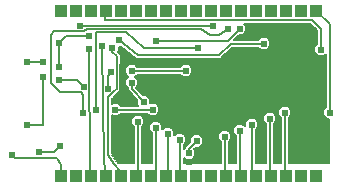
<source format=gbl>
G75*
%MOIN*%
%OFA0B0*%
%FSLAX24Y24*%
%IPPOS*%
%LPD*%
%AMOC8*
5,1,8,0,0,1.08239X$1,22.5*
%
%ADD10R,0.0396X0.0396*%
%ADD11C,0.0240*%
%ADD12C,0.0051*%
D10*
X003275Y000505D03*
X003776Y000506D03*
X004276Y000506D03*
X004776Y000506D03*
X005276Y000506D03*
X005776Y000506D03*
X006276Y000506D03*
X006776Y000506D03*
X007276Y000506D03*
X007776Y000506D03*
X008276Y000506D03*
X008776Y000506D03*
X009276Y000506D03*
X009776Y000506D03*
X010276Y000506D03*
X010776Y000506D03*
X011276Y000506D03*
X011776Y000506D03*
X011776Y006006D03*
X011276Y006006D03*
X010776Y006006D03*
X010276Y006006D03*
X009776Y006006D03*
X009276Y006006D03*
X008776Y006006D03*
X008276Y006006D03*
X007776Y006006D03*
X007276Y006006D03*
X006776Y006006D03*
X006276Y006006D03*
X005776Y006006D03*
X005276Y006006D03*
X004776Y006006D03*
X004276Y006006D03*
X003776Y006006D03*
X003276Y006006D03*
D11*
X003906Y005506D03*
X004192Y005155D03*
X004642Y004815D03*
X004982Y004755D03*
X005213Y005034D03*
X004214Y004720D03*
X003198Y004910D03*
X002673Y004306D03*
X002126Y004306D03*
X002657Y003801D03*
X003206Y003706D03*
X004046Y003466D03*
X004826Y003406D03*
X005226Y003106D03*
X005083Y002706D03*
X004444Y002708D03*
X003998Y002590D03*
X005826Y002306D03*
X006426Y002106D03*
X006826Y001906D03*
X007226Y001706D03*
X007786Y001666D03*
X007526Y001246D03*
X007526Y000946D03*
X008426Y001106D03*
X008726Y001806D03*
X009226Y002006D03*
X009626Y002206D03*
X010226Y002406D03*
X010726Y002606D03*
X011826Y003206D03*
X012226Y002606D03*
X011326Y001106D03*
X006326Y002706D03*
X006023Y002956D03*
X005626Y003606D03*
X005626Y004006D03*
X004929Y003961D03*
X003199Y004110D03*
X006426Y005006D03*
X007826Y004755D03*
X008826Y005406D03*
X009226Y005406D03*
X008326Y005506D03*
X010026Y004906D03*
X010926Y004706D03*
X011926Y004706D03*
X007426Y004006D03*
X003226Y001482D03*
X002526Y001306D03*
X001626Y001206D03*
X002126Y002206D03*
D12*
X001626Y001206D02*
X001728Y001081D01*
X003142Y001081D01*
X003275Y000857D01*
X003275Y000505D01*
X004226Y000556D02*
X004276Y000506D01*
X004226Y000556D02*
X004214Y004720D01*
X004642Y004815D02*
X004691Y000981D01*
X004776Y000506D01*
X005026Y000906D02*
X005226Y000656D01*
X005276Y000506D01*
X005776Y000506D02*
X005826Y000556D01*
X005826Y002306D01*
X006051Y002299D02*
X006300Y002299D01*
X006332Y002331D02*
X006200Y002199D01*
X006200Y002012D01*
X006294Y001918D01*
X006294Y000931D01*
X005957Y000931D01*
X005957Y002118D01*
X006051Y002212D01*
X006051Y002399D01*
X009500Y002399D01*
X009532Y002431D02*
X009400Y002299D01*
X009400Y002150D01*
X009319Y002231D01*
X009132Y002231D01*
X009000Y002099D01*
X009000Y001912D01*
X009094Y001818D01*
X009094Y000931D01*
X008857Y000931D01*
X008857Y001618D01*
X008951Y001712D01*
X008951Y001899D01*
X008819Y002031D01*
X008632Y002031D01*
X008500Y001899D01*
X008500Y001712D01*
X008594Y001618D01*
X008594Y000931D01*
X007357Y000931D01*
X007357Y001096D01*
X007432Y001020D01*
X007619Y001020D01*
X007751Y001152D01*
X007751Y001339D01*
X007698Y001393D01*
X007746Y001440D01*
X007879Y001440D01*
X008011Y001572D01*
X008011Y001759D01*
X007879Y001891D01*
X007692Y001891D01*
X007560Y001759D01*
X007560Y001626D01*
X007394Y001460D01*
X007394Y001434D01*
X007357Y001396D01*
X007357Y001518D01*
X007451Y001612D01*
X007451Y001799D01*
X007319Y001931D01*
X007132Y001931D01*
X007051Y001850D01*
X007051Y001999D01*
X006919Y002131D01*
X006732Y002131D01*
X006651Y002050D01*
X006651Y002199D01*
X006519Y002331D01*
X006332Y002331D01*
X006250Y002250D02*
X006051Y002250D01*
X006039Y002200D02*
X006201Y002200D01*
X006200Y002150D02*
X005989Y002150D01*
X005957Y002101D02*
X006200Y002101D01*
X006200Y002051D02*
X005957Y002051D01*
X005957Y002001D02*
X006211Y002001D01*
X006261Y001952D02*
X005957Y001952D01*
X005957Y001902D02*
X006294Y001902D01*
X006294Y001852D02*
X005957Y001852D01*
X005957Y001803D02*
X006294Y001803D01*
X006294Y001753D02*
X005957Y001753D01*
X005957Y001703D02*
X006294Y001703D01*
X006294Y001654D02*
X005957Y001654D01*
X005957Y001604D02*
X006294Y001604D01*
X006294Y001554D02*
X005957Y001554D01*
X005957Y001505D02*
X006294Y001505D01*
X006294Y001455D02*
X005957Y001455D01*
X005957Y001405D02*
X006294Y001405D01*
X006294Y001355D02*
X005957Y001355D01*
X005957Y001306D02*
X006294Y001306D01*
X006294Y001256D02*
X005957Y001256D01*
X005957Y001206D02*
X006294Y001206D01*
X006294Y001157D02*
X005957Y001157D01*
X005957Y001107D02*
X006294Y001107D01*
X006294Y001057D02*
X005957Y001057D01*
X005957Y001008D02*
X006294Y001008D01*
X006294Y000958D02*
X005957Y000958D01*
X005694Y000958D02*
X005152Y000958D01*
X005132Y000983D02*
X005173Y000931D01*
X005694Y000931D01*
X005694Y002118D01*
X005600Y002212D01*
X005600Y002399D01*
X004957Y002399D01*
X004957Y002448D02*
X005649Y002448D01*
X005600Y002399D02*
X005732Y002531D01*
X005919Y002531D01*
X006051Y002399D01*
X006051Y002349D02*
X009450Y002349D01*
X009400Y002299D02*
X006551Y002299D01*
X006601Y002250D02*
X009400Y002250D01*
X009400Y002200D02*
X009350Y002200D01*
X009101Y002200D02*
X006650Y002200D01*
X006651Y002150D02*
X009051Y002150D01*
X009001Y002101D02*
X006950Y002101D01*
X006999Y002051D02*
X009000Y002051D01*
X009000Y002001D02*
X008849Y002001D01*
X008899Y001952D02*
X009000Y001952D01*
X009010Y001902D02*
X008948Y001902D01*
X008951Y001852D02*
X009060Y001852D01*
X009094Y001803D02*
X008951Y001803D01*
X008951Y001753D02*
X009094Y001753D01*
X009094Y001703D02*
X008942Y001703D01*
X008892Y001654D02*
X009094Y001654D01*
X009094Y001604D02*
X008857Y001604D01*
X008857Y001554D02*
X009094Y001554D01*
X009094Y001505D02*
X008857Y001505D01*
X008857Y001455D02*
X009094Y001455D01*
X009094Y001405D02*
X008857Y001405D01*
X008857Y001355D02*
X009094Y001355D01*
X009094Y001306D02*
X008857Y001306D01*
X008857Y001256D02*
X009094Y001256D01*
X009094Y001206D02*
X008857Y001206D01*
X008857Y001157D02*
X009094Y001157D01*
X009094Y001107D02*
X008857Y001107D01*
X008857Y001057D02*
X009094Y001057D01*
X009094Y001008D02*
X008857Y001008D01*
X008857Y000958D02*
X009094Y000958D01*
X008594Y000958D02*
X007357Y000958D01*
X007357Y001008D02*
X008594Y001008D01*
X008594Y001057D02*
X007656Y001057D01*
X007706Y001107D02*
X008594Y001107D01*
X008594Y001157D02*
X007751Y001157D01*
X007751Y001206D02*
X008594Y001206D01*
X008594Y001256D02*
X007751Y001256D01*
X007751Y001306D02*
X008594Y001306D01*
X008594Y001355D02*
X007735Y001355D01*
X007710Y001405D02*
X008594Y001405D01*
X008594Y001455D02*
X007894Y001455D01*
X007943Y001505D02*
X008594Y001505D01*
X008594Y001554D02*
X007993Y001554D01*
X008011Y001604D02*
X008594Y001604D01*
X008559Y001654D02*
X008011Y001654D01*
X008011Y001703D02*
X008509Y001703D01*
X008500Y001753D02*
X008011Y001753D01*
X007968Y001803D02*
X008500Y001803D01*
X008500Y001852D02*
X007918Y001852D01*
X007653Y001852D02*
X007398Y001852D01*
X007448Y001803D02*
X007603Y001803D01*
X007560Y001753D02*
X007451Y001753D01*
X007451Y001703D02*
X007560Y001703D01*
X007560Y001654D02*
X007451Y001654D01*
X007443Y001604D02*
X007538Y001604D01*
X007488Y001554D02*
X007393Y001554D01*
X007357Y001505D02*
X007439Y001505D01*
X007394Y001455D02*
X007357Y001455D01*
X007357Y001405D02*
X007366Y001405D01*
X007526Y001406D02*
X007786Y001666D01*
X007526Y001406D02*
X007526Y001246D01*
X007395Y001057D02*
X007357Y001057D01*
X007526Y000946D02*
X008266Y000946D01*
X008426Y001106D01*
X008726Y000556D02*
X008776Y000506D01*
X008726Y000556D02*
X008726Y001806D01*
X008552Y001952D02*
X007051Y001952D01*
X007049Y002001D02*
X008602Y002001D01*
X008503Y001902D02*
X007348Y001902D01*
X007103Y001902D02*
X007051Y001902D01*
X007051Y001852D02*
X007053Y001852D01*
X007226Y001706D02*
X007226Y000556D01*
X007276Y000506D01*
X006826Y000556D02*
X006776Y000506D01*
X006826Y000556D02*
X006826Y001906D01*
X006652Y002051D02*
X006651Y002051D01*
X006651Y002101D02*
X006701Y002101D01*
X006426Y002106D02*
X006426Y000656D01*
X006276Y000506D01*
X005694Y001008D02*
X005115Y001008D01*
X005132Y000983D02*
X004957Y001246D01*
X004957Y002513D01*
X004990Y002480D01*
X005177Y002480D01*
X005271Y002575D01*
X006138Y002575D01*
X006232Y002480D01*
X006419Y002480D01*
X006551Y002612D01*
X006551Y002799D01*
X006419Y002931D01*
X006249Y002931D01*
X006249Y003050D01*
X006116Y003182D01*
X005999Y003182D01*
X005774Y003436D01*
X005851Y003512D01*
X005851Y003699D01*
X005745Y003806D01*
X005813Y003875D01*
X007238Y003875D01*
X007332Y003780D01*
X007519Y003780D01*
X007651Y003912D01*
X007651Y004099D01*
X007519Y004231D01*
X007332Y004231D01*
X007238Y004137D01*
X005813Y004137D01*
X005719Y004231D01*
X005532Y004231D01*
X005400Y004099D01*
X005400Y003912D01*
X005507Y003806D01*
X005400Y003699D01*
X005400Y003512D01*
X005494Y003418D01*
X005494Y003410D01*
X005491Y003360D01*
X005494Y003356D01*
X005494Y003351D01*
X005530Y003316D01*
X005797Y003013D01*
X005797Y002863D01*
X005823Y002837D01*
X005271Y002837D01*
X005177Y002931D01*
X004990Y002931D01*
X004957Y002898D01*
X004957Y003051D01*
X004966Y003051D01*
X004995Y003079D01*
X005029Y003102D01*
X005032Y003117D01*
X005064Y003149D01*
X005070Y003149D01*
X005102Y003186D01*
X005137Y003221D01*
X005137Y003227D01*
X005162Y003257D01*
X005180Y003275D01*
X005257Y003351D01*
X005257Y004540D01*
X005171Y004625D01*
X005208Y004662D01*
X005208Y004809D01*
X005277Y004809D01*
X005737Y004420D01*
X005771Y004386D01*
X005257Y004386D01*
X005257Y004336D02*
X012094Y004336D01*
X012094Y004287D02*
X005257Y004287D01*
X005257Y004237D02*
X012094Y004237D01*
X012094Y004187D02*
X007563Y004187D01*
X007613Y004138D02*
X012094Y004138D01*
X012094Y004088D02*
X007651Y004088D01*
X007651Y004038D02*
X012094Y004038D01*
X012094Y003989D02*
X007651Y003989D01*
X007651Y003939D02*
X012094Y003939D01*
X012094Y003889D02*
X007628Y003889D01*
X007578Y003840D02*
X012094Y003840D01*
X012094Y003790D02*
X007529Y003790D01*
X007323Y003790D02*
X005761Y003790D01*
X005778Y003840D02*
X007273Y003840D01*
X007426Y004006D02*
X005626Y004006D01*
X005400Y003989D02*
X005257Y003989D01*
X005257Y004038D02*
X005400Y004038D01*
X005400Y004088D02*
X005257Y004088D01*
X005257Y004138D02*
X005438Y004138D01*
X005488Y004187D02*
X005257Y004187D01*
X005226Y004206D02*
X005426Y004406D01*
X010626Y004406D01*
X010926Y004706D01*
X010251Y004812D02*
X010119Y004680D01*
X009932Y004680D01*
X009838Y004775D01*
X008979Y004775D01*
X008618Y004424D01*
X008580Y004386D01*
X012094Y004386D01*
X012094Y004436D02*
X008630Y004436D01*
X008580Y004386D02*
X008579Y004386D01*
X008578Y004385D01*
X008525Y004386D01*
X005831Y004386D01*
X005782Y004382D01*
X005778Y004386D01*
X005771Y004386D01*
X005719Y004436D02*
X005257Y004436D01*
X005257Y004485D02*
X005660Y004485D01*
X005601Y004535D02*
X005257Y004535D01*
X005212Y004585D02*
X005542Y004585D01*
X005483Y004634D02*
X005180Y004634D01*
X005208Y004684D02*
X005424Y004684D01*
X005366Y004734D02*
X005208Y004734D01*
X005208Y004783D02*
X005307Y004783D01*
X004982Y004755D02*
X004982Y004629D01*
X005126Y004486D01*
X005126Y003406D01*
X005066Y003346D01*
X005006Y003276D01*
X004912Y003182D01*
X004826Y003126D01*
X004826Y001206D01*
X005026Y000906D01*
X005082Y001057D02*
X005694Y001057D01*
X005694Y001107D02*
X005049Y001107D01*
X005016Y001157D02*
X005694Y001157D01*
X005694Y001206D02*
X004983Y001206D01*
X004957Y001256D02*
X005694Y001256D01*
X005694Y001306D02*
X004957Y001306D01*
X004957Y001355D02*
X005694Y001355D01*
X005694Y001405D02*
X004957Y001405D01*
X004957Y001455D02*
X005694Y001455D01*
X005694Y001505D02*
X004957Y001505D01*
X004957Y001554D02*
X005694Y001554D01*
X005694Y001604D02*
X004957Y001604D01*
X004957Y001654D02*
X005694Y001654D01*
X005694Y001703D02*
X004957Y001703D01*
X004957Y001753D02*
X005694Y001753D01*
X005694Y001803D02*
X004957Y001803D01*
X004957Y001852D02*
X005694Y001852D01*
X005694Y001902D02*
X004957Y001902D01*
X004957Y001952D02*
X005694Y001952D01*
X005694Y002001D02*
X004957Y002001D01*
X004957Y002051D02*
X005694Y002051D01*
X005694Y002101D02*
X004957Y002101D01*
X004957Y002150D02*
X005662Y002150D01*
X005612Y002200D02*
X004957Y002200D01*
X004957Y002250D02*
X005600Y002250D01*
X005600Y002299D02*
X004957Y002299D01*
X004957Y002349D02*
X005600Y002349D01*
X005699Y002498D02*
X005195Y002498D01*
X005244Y002548D02*
X006165Y002548D01*
X006214Y002498D02*
X005952Y002498D01*
X006002Y002448D02*
X010000Y002448D01*
X010000Y002399D02*
X009752Y002399D01*
X009719Y002431D02*
X009532Y002431D01*
X009719Y002431D02*
X009851Y002299D01*
X009851Y002112D01*
X009757Y002018D01*
X009757Y000931D01*
X010094Y000931D01*
X010094Y002218D01*
X010000Y002312D01*
X010000Y002499D01*
X010132Y002631D01*
X010319Y002631D01*
X010451Y002499D01*
X010451Y002312D01*
X010357Y002218D01*
X010357Y000931D01*
X010594Y000931D01*
X010594Y002418D01*
X010500Y002512D01*
X010500Y002699D01*
X010632Y002831D01*
X010819Y002831D01*
X010951Y002699D01*
X010951Y002512D01*
X010857Y002418D01*
X010857Y000931D01*
X012200Y000931D01*
X012200Y002380D01*
X012132Y002380D01*
X012000Y002512D01*
X012000Y002699D01*
X012094Y002794D01*
X012094Y004556D01*
X012019Y004480D01*
X011832Y004480D01*
X011700Y004612D01*
X011700Y004799D01*
X011794Y004894D01*
X011794Y005351D01*
X011571Y005575D01*
X009376Y005575D01*
X009451Y005499D01*
X009451Y005312D01*
X009319Y005180D01*
X009186Y005180D01*
X009042Y005037D01*
X009838Y005037D01*
X009932Y005131D01*
X009137Y005131D01*
X009087Y005082D02*
X009882Y005082D01*
X009932Y005131D02*
X010119Y005131D01*
X011794Y005131D01*
X011794Y005082D02*
X010169Y005082D01*
X010119Y005131D02*
X010251Y004999D01*
X010251Y004812D01*
X010251Y004833D02*
X011734Y004833D01*
X011700Y004783D02*
X010222Y004783D01*
X010173Y004734D02*
X011700Y004734D01*
X011700Y004684D02*
X010123Y004684D01*
X009928Y004684D02*
X008886Y004684D01*
X008937Y004734D02*
X009879Y004734D01*
X010026Y004906D02*
X008926Y004906D01*
X008526Y004517D01*
X005826Y004517D01*
X005213Y005034D01*
X005426Y005306D02*
X006026Y004755D01*
X007826Y004755D01*
X008226Y005206D02*
X008526Y005206D01*
X008826Y005406D01*
X008826Y005006D02*
X009226Y005406D01*
X009451Y005429D02*
X011717Y005429D01*
X011766Y005380D02*
X009451Y005380D01*
X009451Y005330D02*
X011794Y005330D01*
X011794Y005280D02*
X009419Y005280D01*
X009369Y005231D02*
X011794Y005231D01*
X011794Y005181D02*
X009320Y005181D01*
X008826Y005006D02*
X006426Y005006D01*
X005426Y005306D02*
X004426Y005306D01*
X004444Y002708D01*
X004957Y002498D02*
X004972Y002498D01*
X005083Y002706D02*
X006326Y002706D01*
X006551Y002697D02*
X010500Y002697D01*
X010500Y002647D02*
X006551Y002647D01*
X006536Y002598D02*
X010098Y002598D01*
X010049Y002548D02*
X006487Y002548D01*
X006437Y002498D02*
X010000Y002498D01*
X010000Y002349D02*
X009801Y002349D01*
X009851Y002299D02*
X010013Y002299D01*
X010063Y002250D02*
X009851Y002250D01*
X009851Y002200D02*
X010094Y002200D01*
X010094Y002150D02*
X009851Y002150D01*
X009839Y002101D02*
X010094Y002101D01*
X010094Y002051D02*
X009790Y002051D01*
X009757Y002001D02*
X010094Y002001D01*
X010094Y001952D02*
X009757Y001952D01*
X009757Y001902D02*
X010094Y001902D01*
X010094Y001852D02*
X009757Y001852D01*
X009757Y001803D02*
X010094Y001803D01*
X010094Y001753D02*
X009757Y001753D01*
X009757Y001703D02*
X010094Y001703D01*
X010094Y001654D02*
X009757Y001654D01*
X009757Y001604D02*
X010094Y001604D01*
X010094Y001554D02*
X009757Y001554D01*
X009757Y001505D02*
X010094Y001505D01*
X010094Y001455D02*
X009757Y001455D01*
X009757Y001405D02*
X010094Y001405D01*
X010094Y001355D02*
X009757Y001355D01*
X009757Y001306D02*
X010094Y001306D01*
X010094Y001256D02*
X009757Y001256D01*
X009757Y001206D02*
X010094Y001206D01*
X010094Y001157D02*
X009757Y001157D01*
X009757Y001107D02*
X010094Y001107D01*
X010094Y001057D02*
X009757Y001057D01*
X009757Y001008D02*
X010094Y001008D01*
X010094Y000958D02*
X009757Y000958D01*
X009626Y000656D02*
X009776Y000506D01*
X009626Y000656D02*
X009626Y002206D01*
X009226Y002006D02*
X009226Y000556D01*
X009276Y000506D01*
X010226Y000556D02*
X010276Y000506D01*
X010226Y000556D02*
X010226Y002406D01*
X010438Y002299D02*
X010594Y002299D01*
X010594Y002250D02*
X010389Y002250D01*
X010357Y002200D02*
X010594Y002200D01*
X010594Y002150D02*
X010357Y002150D01*
X010357Y002101D02*
X010594Y002101D01*
X010594Y002051D02*
X010357Y002051D01*
X010357Y002001D02*
X010594Y002001D01*
X010594Y001952D02*
X010357Y001952D01*
X010357Y001902D02*
X010594Y001902D01*
X010594Y001852D02*
X010357Y001852D01*
X010357Y001803D02*
X010594Y001803D01*
X010594Y001753D02*
X010357Y001753D01*
X010357Y001703D02*
X010594Y001703D01*
X010594Y001654D02*
X010357Y001654D01*
X010357Y001604D02*
X010594Y001604D01*
X010594Y001554D02*
X010357Y001554D01*
X010357Y001505D02*
X010594Y001505D01*
X010594Y001455D02*
X010357Y001455D01*
X010357Y001405D02*
X010594Y001405D01*
X010594Y001355D02*
X010357Y001355D01*
X010357Y001306D02*
X010594Y001306D01*
X010594Y001256D02*
X010357Y001256D01*
X010357Y001206D02*
X010594Y001206D01*
X010594Y001157D02*
X010357Y001157D01*
X010357Y001107D02*
X010594Y001107D01*
X010594Y001057D02*
X010357Y001057D01*
X010357Y001008D02*
X010594Y001008D01*
X010594Y000958D02*
X010357Y000958D01*
X010857Y000958D02*
X012200Y000958D01*
X012200Y001008D02*
X010857Y001008D01*
X010857Y001057D02*
X012200Y001057D01*
X012200Y001107D02*
X010857Y001107D01*
X010857Y001157D02*
X012200Y001157D01*
X012200Y001206D02*
X010857Y001206D01*
X010857Y001256D02*
X012200Y001256D01*
X012200Y001306D02*
X010857Y001306D01*
X010857Y001355D02*
X012200Y001355D01*
X012200Y001405D02*
X010857Y001405D01*
X010857Y001455D02*
X012200Y001455D01*
X012200Y001505D02*
X010857Y001505D01*
X010857Y001554D02*
X012200Y001554D01*
X012200Y001604D02*
X010857Y001604D01*
X010857Y001654D02*
X012200Y001654D01*
X012200Y001703D02*
X010857Y001703D01*
X010857Y001753D02*
X012200Y001753D01*
X012200Y001803D02*
X010857Y001803D01*
X010857Y001852D02*
X012200Y001852D01*
X012200Y001902D02*
X010857Y001902D01*
X010857Y001952D02*
X012200Y001952D01*
X012200Y002001D02*
X010857Y002001D01*
X010857Y002051D02*
X012200Y002051D01*
X012200Y002101D02*
X010857Y002101D01*
X010857Y002150D02*
X012200Y002150D01*
X012200Y002200D02*
X010857Y002200D01*
X010857Y002250D02*
X012200Y002250D01*
X012200Y002299D02*
X010857Y002299D01*
X010857Y002349D02*
X012200Y002349D01*
X012114Y002399D02*
X010857Y002399D01*
X010887Y002448D02*
X012064Y002448D01*
X012014Y002498D02*
X010937Y002498D01*
X010951Y002548D02*
X012000Y002548D01*
X012000Y002598D02*
X010951Y002598D01*
X010951Y002647D02*
X012000Y002647D01*
X012000Y002697D02*
X010951Y002697D01*
X010904Y002747D02*
X012047Y002747D01*
X012094Y002796D02*
X010854Y002796D01*
X010726Y002606D02*
X010726Y000556D01*
X010776Y000506D01*
X011326Y001106D02*
X011826Y001406D01*
X011826Y003206D01*
X012094Y003194D02*
X005988Y003194D01*
X005944Y003243D02*
X012094Y003243D01*
X012094Y003293D02*
X005900Y003293D01*
X005856Y003343D02*
X012094Y003343D01*
X012094Y003392D02*
X005813Y003392D01*
X005781Y003442D02*
X012094Y003442D01*
X012094Y003492D02*
X005831Y003492D01*
X005851Y003541D02*
X012094Y003541D01*
X012094Y003591D02*
X005851Y003591D01*
X005851Y003641D02*
X012094Y003641D01*
X012094Y003691D02*
X005851Y003691D01*
X005810Y003740D02*
X012094Y003740D01*
X012094Y003144D02*
X006154Y003144D01*
X006204Y003094D02*
X012094Y003094D01*
X012094Y003045D02*
X006249Y003045D01*
X006249Y002995D02*
X012094Y002995D01*
X012094Y002945D02*
X006249Y002945D01*
X006023Y002956D02*
X005626Y003406D01*
X005626Y003606D01*
X005400Y003591D02*
X005257Y003591D01*
X005257Y003541D02*
X005400Y003541D01*
X005421Y003492D02*
X005257Y003492D01*
X005257Y003442D02*
X005470Y003442D01*
X005493Y003392D02*
X005257Y003392D01*
X005248Y003343D02*
X005503Y003343D01*
X005550Y003293D02*
X005198Y003293D01*
X005180Y003275D02*
X005180Y003275D01*
X005151Y003243D02*
X005594Y003243D01*
X005638Y003194D02*
X005109Y003194D01*
X005060Y003144D02*
X005682Y003144D01*
X005726Y003094D02*
X005018Y003094D01*
X004957Y003045D02*
X005770Y003045D01*
X005797Y002995D02*
X004957Y002995D01*
X004957Y002945D02*
X005797Y002945D01*
X005797Y002896D02*
X005212Y002896D01*
X005262Y002846D02*
X005814Y002846D01*
X005226Y003106D02*
X005226Y004206D01*
X005257Y003939D02*
X005400Y003939D01*
X005423Y003889D02*
X005257Y003889D01*
X005257Y003840D02*
X005473Y003840D01*
X005491Y003790D02*
X005257Y003790D01*
X005257Y003740D02*
X005441Y003740D01*
X005400Y003691D02*
X005257Y003691D01*
X005257Y003641D02*
X005400Y003641D01*
X004929Y003961D02*
X004826Y003825D01*
X004826Y003406D01*
X004046Y003466D02*
X003806Y003706D01*
X003206Y003706D01*
X002926Y003606D02*
X002926Y005206D01*
X003046Y005326D01*
X004046Y005326D01*
X004126Y005406D01*
X007926Y005406D01*
X008226Y005206D01*
X008326Y005506D02*
X003906Y005506D01*
X004192Y005155D02*
X003443Y005155D01*
X003198Y004910D01*
X003199Y004110D01*
X002673Y004306D02*
X002126Y004306D01*
X002657Y003801D02*
X002653Y002201D01*
X002126Y002206D01*
X003026Y001306D02*
X003226Y001482D01*
X003026Y001306D02*
X002526Y001306D01*
X003998Y002590D02*
X003993Y003197D01*
X003926Y003306D01*
X003226Y003306D01*
X002926Y003606D01*
X005763Y004187D02*
X007288Y004187D01*
X007238Y004138D02*
X005813Y004138D01*
X006455Y002896D02*
X012094Y002896D01*
X012094Y002846D02*
X006505Y002846D01*
X006551Y002796D02*
X010597Y002796D01*
X010547Y002747D02*
X006551Y002747D01*
X008681Y004485D02*
X011827Y004485D01*
X011777Y004535D02*
X008732Y004535D01*
X008783Y004585D02*
X011728Y004585D01*
X011700Y004634D02*
X008835Y004634D01*
X010251Y004883D02*
X011784Y004883D01*
X011794Y004933D02*
X010251Y004933D01*
X010251Y004982D02*
X011794Y004982D01*
X011794Y005032D02*
X010219Y005032D01*
X009451Y005479D02*
X011667Y005479D01*
X011617Y005529D02*
X009422Y005529D01*
X011626Y005706D02*
X004726Y005706D01*
X004726Y005956D01*
X004776Y006006D01*
X010353Y002598D02*
X010500Y002598D01*
X010500Y002548D02*
X010403Y002548D01*
X010451Y002498D02*
X010514Y002498D01*
X010564Y002448D02*
X010451Y002448D01*
X010451Y002399D02*
X010594Y002399D01*
X010594Y002349D02*
X010451Y002349D01*
X012226Y002606D02*
X012226Y005556D01*
X011776Y006006D01*
X011626Y005706D02*
X011926Y005406D01*
X011926Y004706D01*
X012074Y004535D02*
X012094Y004535D01*
X012094Y004485D02*
X012024Y004485D01*
M02*

</source>
